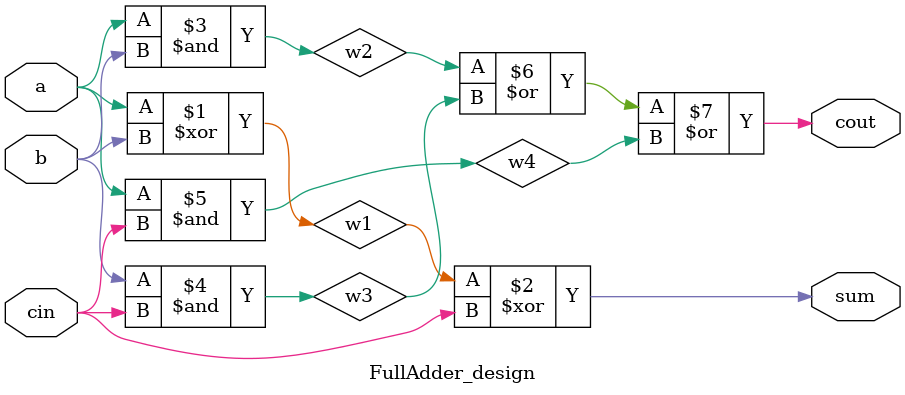
<source format=v>
`timescale 1ns / 1ps


module FullAdder_design(
    input a,b,cin,
    output sum,cout
    );
    // structural model
    wire w1,w2,w3,w4;
    xor g1(w1,a,b);
    xor g2(sum,w1,cin);
    
    and g3(w2,a,b);
    and g4(w3,b,cin);
    and g5(w4,a,cin);
    or g6(cout,w2,w3,w4);
    
    // behavioural model (reg needed)
//        always @(a,b,cin)begin
//            sum = a^b^cin;
//            carry = a & b | b & cin | cin & a;
//        end
endmodule

</source>
